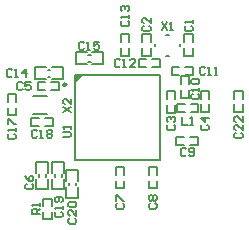
<source format=gto>
G04*
G04 #@! TF.GenerationSoftware,Altium Limited,Altium Designer,21.0.9 (235)*
G04*
G04 Layer_Color=65535*
%FSLAX24Y24*%
%MOIN*%
G70*
G04*
G04 #@! TF.SameCoordinates,1F409809-B5D8-4781-B8F0-4FC3F8F1086A*
G04*
G04*
G04 #@! TF.FilePolarity,Positive*
G04*
G01*
G75*
%ADD10C,0.0098*%
%ADD11C,0.0060*%
%ADD12C,0.0079*%
G36*
X-1181Y1378D02*
X-1378Y1181D01*
Y1378D01*
X-1181Y1378D01*
D02*
G37*
D10*
X-1699Y1083D02*
G03*
X-1699Y1083I-49J0D01*
G01*
D11*
X-2483Y-2717D02*
X-2188D01*
X-2483Y-3406D02*
X-2188D01*
X-2483D02*
Y-3159D01*
Y-2963D02*
Y-2717D01*
X-2188Y-3406D02*
Y-3159D01*
Y-2963D02*
Y-2717D01*
X2421Y-925D02*
X2677D01*
X1968D02*
X2224D01*
X2421Y-650D02*
X2677D01*
X1968D02*
X2224D01*
X1968Y-925D02*
Y-650D01*
X2677Y-925D02*
Y-650D01*
X2264Y1407D02*
X2520D01*
X1811D02*
X2067D01*
X2264Y1683D02*
X2520D01*
X1811D02*
X2067D01*
X1811Y1407D02*
Y1683D01*
X2520Y1407D02*
Y1683D01*
X3901Y874D02*
X4177D01*
X3901Y166D02*
X4177D01*
X3901D02*
Y422D01*
Y618D02*
Y874D01*
X4177Y166D02*
Y422D01*
Y618D02*
Y874D01*
X1654Y148D02*
X1930D01*
X1654Y856D02*
X1930D01*
Y601D02*
Y856D01*
Y148D02*
Y404D01*
X1654Y601D02*
Y856D01*
Y148D02*
Y404D01*
X2450Y164D02*
X2706D01*
X1998D02*
X2254D01*
X2450Y440D02*
X2706D01*
X1998D02*
X2254Y440D01*
X1998Y164D02*
Y440D01*
X2706Y164D02*
Y440D01*
X2128Y1354D02*
X2404D01*
X2128Y646D02*
X2404D01*
X2128D02*
X2128Y902D01*
X2128Y1098D02*
Y1354D01*
X2404Y646D02*
Y902D01*
Y1098D02*
Y1354D01*
X2778Y166D02*
X3054D01*
X2778Y874D02*
X3054D01*
X3054Y618D02*
X3054Y874D01*
Y166D02*
Y422D01*
X2778Y874D02*
X2778Y618D01*
X2778Y166D02*
X2778Y422D01*
X1427Y1654D02*
Y1929D01*
X718Y1654D02*
Y1929D01*
X974D01*
X1171D02*
X1427D01*
X718Y1654D02*
X974D01*
X1171D02*
X1427D01*
X1053Y-2372D02*
X1329D01*
X1053Y-1663D02*
X1329D01*
Y-1919D02*
Y-1663D01*
Y-2372D02*
Y-2116D01*
X1053Y-1919D02*
Y-1663D01*
Y-2372D02*
Y-2116D01*
X-39Y-2372D02*
X236D01*
X-39Y-1663D02*
X236D01*
Y-1919D02*
Y-1663D01*
Y-2372D02*
Y-2116D01*
X-39Y-1919D02*
Y-1663D01*
Y-2372D02*
Y-2116D01*
X-2168Y-2411D02*
X-1774D01*
X-2168Y-1486D02*
X-1774D01*
Y-1850D02*
Y-1486D01*
Y-2411D02*
Y-2047D01*
X-2168Y-1850D02*
Y-1486D01*
Y-2411D02*
Y-2047D01*
X-2700Y-2411D02*
X-2306D01*
X-2700Y-1486D02*
X-2306D01*
Y-1850D02*
Y-1486D01*
Y-2411D02*
Y-2047D01*
X-2700Y-1850D02*
Y-1486D01*
Y-2411D02*
Y-2047D01*
X2240Y2045D02*
X2515D01*
X2240Y2754D02*
X2515D01*
Y2498D02*
Y2754D01*
Y2045D02*
Y2301D01*
X2240Y2498D02*
Y2754D01*
Y2045D02*
Y2301D01*
X1615Y2746D02*
X1741D01*
X1252Y2376D02*
Y2423D01*
X1615Y2053D02*
X1741D01*
X2103Y2376D02*
Y2423D01*
X840Y2754D02*
X1115D01*
X840Y2045D02*
X1115D01*
X840D02*
Y2301D01*
Y2498D02*
Y2754D01*
X1115Y2045D02*
Y2301D01*
Y2498D02*
Y2754D01*
X128Y2756D02*
X404D01*
X128Y2047D02*
X404D01*
X128D02*
Y2303D01*
Y2500D02*
Y2756D01*
X404Y2047D02*
Y2303D01*
Y2500D02*
Y2756D01*
X-2746Y1270D02*
Y1663D01*
X-1821Y1270D02*
Y1663D01*
X-2185Y1270D02*
X-1821D01*
X-2746D02*
X-2382D01*
X-2185Y1663D02*
X-1821D01*
X-2746D02*
X-2382D01*
X-2648Y896D02*
Y1171D01*
X-1939Y896D02*
Y1171D01*
X-2195Y896D02*
X-1939D01*
X-2648D02*
X-2392D01*
X-2195Y1171D02*
X-1939D01*
X-2648D02*
X-2392D01*
X-2865Y-305D02*
Y-30D01*
X-2156Y-305D02*
Y-30D01*
X-2412Y-305D02*
X-2156D01*
X-2865D02*
X-2609D01*
X-2412Y-30D02*
X-2156D01*
X-2865D02*
X-2609D01*
X-3652Y768D02*
X-3377D01*
X-3652Y59D02*
X-3377D01*
X-3652D02*
Y315D01*
Y512D02*
Y768D01*
X-3377Y59D02*
Y315D01*
Y512D02*
Y768D01*
X-1693Y-2697D02*
X-1299D01*
X-1693Y-1772D02*
X-1299D01*
Y-2136D02*
Y-1772D01*
Y-2697D02*
Y-2333D01*
X-1693Y-2136D02*
Y-1772D01*
Y-2697D02*
Y-2333D01*
X-1388Y1762D02*
Y2156D01*
X-463Y1762D02*
Y2156D01*
X-827Y1762D02*
X-463D01*
X-1388D02*
X-1024D01*
X-827Y2156D02*
X-463D01*
X-1388D02*
X-1024D01*
X-2589Y-3231D02*
X-2858D01*
Y-3096D01*
X-2814Y-3051D01*
X-2724D01*
X-2679Y-3096D01*
Y-3231D01*
Y-3141D02*
X-2589Y-3051D01*
Y-2961D02*
Y-2871D01*
Y-2916D01*
X-2858D01*
X-2814Y-2961D01*
X2290Y-1075D02*
X2245Y-1030D01*
X2155D01*
X2110Y-1075D01*
Y-1255D01*
X2155Y-1300D01*
X2245D01*
X2290Y-1255D01*
X2380D02*
X2425Y-1300D01*
X2515D01*
X2560Y-1255D01*
Y-1075D01*
X2515Y-1030D01*
X2425D01*
X2380Y-1075D01*
Y-1120D01*
X2425Y-1165D01*
X2560D01*
X2930Y1635D02*
X2885Y1680D01*
X2795D01*
X2750Y1635D01*
Y1455D01*
X2795Y1410D01*
X2885D01*
X2930Y1455D01*
X3020Y1410D02*
X3110D01*
X3065D01*
Y1680D01*
X3020Y1635D01*
X3245Y1410D02*
X3335D01*
X3290D01*
Y1680D01*
X3245Y1635D01*
X3952Y-519D02*
X3908Y-564D01*
Y-654D01*
X3952Y-699D01*
X4132D01*
X4177Y-654D01*
Y-564D01*
X4132Y-519D01*
X4177Y-249D02*
Y-429D01*
X3997Y-249D01*
X3952D01*
X3908Y-294D01*
Y-384D01*
X3952Y-429D01*
X4177Y21D02*
Y-159D01*
X3997Y21D01*
X3952D01*
X3908Y-24D01*
Y-114D01*
X3952Y-159D01*
X1702Y-250D02*
X1658Y-295D01*
Y-385D01*
X1702Y-430D01*
X1882D01*
X1927Y-385D01*
Y-295D01*
X1882Y-250D01*
X1702Y-160D02*
X1658Y-115D01*
Y-25D01*
X1702Y20D01*
X1747D01*
X1792Y-25D01*
Y-70D01*
Y-25D01*
X1837Y20D01*
X1882D01*
X1927Y-25D01*
Y-115D01*
X1882Y-160D01*
X2167Y20D02*
Y-250D01*
X2347D01*
X2437D02*
X2527D01*
X2482D01*
Y20D01*
X2437Y-25D01*
X2515Y780D02*
X2470Y735D01*
Y645D01*
X2515Y600D01*
X2695D01*
X2740Y645D01*
Y735D01*
X2695Y780D01*
X2740Y870D02*
Y960D01*
Y915D01*
X2470D01*
X2515Y870D01*
Y1095D02*
X2470Y1140D01*
Y1230D01*
X2515Y1275D01*
X2695D01*
X2740Y1230D01*
Y1140D01*
X2695Y1095D01*
X2515D01*
X2822Y-250D02*
X2778Y-295D01*
Y-385D01*
X2822Y-430D01*
X3002D01*
X3047Y-385D01*
Y-295D01*
X3002Y-250D01*
X3047Y-25D02*
X2778D01*
X2912Y-160D01*
Y20D01*
X175Y3210D02*
X130Y3165D01*
Y3075D01*
X175Y3030D01*
X355D01*
X400Y3075D01*
Y3165D01*
X355Y3210D01*
X400Y3300D02*
Y3390D01*
Y3345D01*
X130D01*
X175Y3300D01*
Y3525D02*
X130Y3570D01*
Y3660D01*
X175Y3705D01*
X220D01*
X265Y3660D01*
Y3615D01*
Y3660D01*
X310Y3705D01*
X355D01*
X400Y3660D01*
Y3570D01*
X355Y3525D01*
X103Y1895D02*
X58Y1940D01*
X-32D01*
X-77Y1895D01*
Y1715D01*
X-32Y1670D01*
X58D01*
X103Y1715D01*
X193Y1670D02*
X283D01*
X238D01*
Y1940D01*
X193Y1895D01*
X598Y1670D02*
X418D01*
X598Y1850D01*
Y1895D01*
X553Y1940D01*
X463D01*
X418Y1895D01*
X-1587Y-3370D02*
X-1632Y-3415D01*
Y-3505D01*
X-1587Y-3550D01*
X-1408D01*
X-1363Y-3505D01*
Y-3415D01*
X-1408Y-3370D01*
X-1363Y-3100D02*
Y-3280D01*
X-1543Y-3100D01*
X-1587D01*
X-1632Y-3145D01*
Y-3235D01*
X-1587Y-3280D01*
Y-3010D02*
X-1632Y-2965D01*
Y-2875D01*
X-1587Y-2830D01*
X-1408D01*
X-1363Y-2875D01*
Y-2965D01*
X-1408Y-3010D01*
X-1587D01*
X-2045Y-3150D02*
X-2090Y-3195D01*
Y-3285D01*
X-2045Y-3330D01*
X-1865D01*
X-1820Y-3285D01*
Y-3195D01*
X-1865Y-3150D01*
X-1820Y-3060D02*
Y-2970D01*
Y-3015D01*
X-2090D01*
X-2045Y-3060D01*
X-1865Y-2835D02*
X-1820Y-2790D01*
Y-2700D01*
X-1865Y-2655D01*
X-2045D01*
X-2090Y-2700D01*
Y-2790D01*
X-2045Y-2835D01*
X-2000D01*
X-1955Y-2790D01*
Y-2655D01*
X-2670Y-465D02*
X-2715Y-420D01*
X-2805D01*
X-2850Y-465D01*
Y-645D01*
X-2805Y-690D01*
X-2715D01*
X-2670Y-645D01*
X-2580Y-690D02*
X-2490D01*
X-2535D01*
Y-420D01*
X-2580Y-465D01*
X-2355D02*
X-2310Y-420D01*
X-2220D01*
X-2175Y-465D01*
Y-510D01*
X-2220Y-555D01*
X-2175Y-600D01*
Y-645D01*
X-2220Y-690D01*
X-2310D01*
X-2355Y-645D01*
Y-600D01*
X-2310Y-555D01*
X-2355Y-510D01*
Y-465D01*
X-2310Y-555D02*
X-2220D01*
X-3605Y-550D02*
X-3650Y-595D01*
Y-685D01*
X-3605Y-730D01*
X-3425D01*
X-3380Y-685D01*
Y-595D01*
X-3425Y-550D01*
X-3380Y-460D02*
Y-370D01*
Y-415D01*
X-3650D01*
X-3605Y-460D01*
X-3650Y-235D02*
Y-55D01*
X-3605D01*
X-3425Y-235D01*
X-3380D01*
X-3150Y1125D02*
X-3195Y1170D01*
X-3285D01*
X-3330Y1125D01*
Y945D01*
X-3285Y900D01*
X-3195D01*
X-3150Y945D01*
X-2880Y1170D02*
X-3060D01*
Y1035D01*
X-2970Y1080D01*
X-2925D01*
X-2880Y1035D01*
Y945D01*
X-2925Y900D01*
X-3015D01*
X-3060Y945D01*
X-3017Y-2231D02*
X-3062Y-2276D01*
Y-2366D01*
X-3017Y-2411D01*
X-2837D01*
X-2792Y-2366D01*
Y-2276D01*
X-2837Y-2231D01*
X-3062Y-1962D02*
X-3017Y-2052D01*
X-2927Y-2141D01*
X-2837D01*
X-2792Y-2097D01*
Y-2007D01*
X-2837Y-1962D01*
X-2882D01*
X-2927Y-2007D01*
Y-2141D01*
X1095Y-2870D02*
X1050Y-2915D01*
Y-3005D01*
X1095Y-3050D01*
X1275D01*
X1320Y-3005D01*
Y-2915D01*
X1275Y-2870D01*
X1095Y-2780D02*
X1050Y-2735D01*
Y-2645D01*
X1095Y-2600D01*
X1140D01*
X1185Y-2645D01*
X1230Y-2600D01*
X1275D01*
X1320Y-2645D01*
Y-2735D01*
X1275Y-2780D01*
X1230D01*
X1185Y-2735D01*
X1140Y-2780D01*
X1095D01*
X1185Y-2735D02*
Y-2645D01*
X2295Y3050D02*
X2250Y3005D01*
Y2915D01*
X2295Y2870D01*
X2475D01*
X2520Y2915D01*
Y3005D01*
X2475Y3050D01*
X2520Y3140D02*
Y3230D01*
Y3185D01*
X2250D01*
X2295Y3140D01*
X1490Y3160D02*
X1670Y2890D01*
Y3160D02*
X1490Y2890D01*
X1760D02*
X1850D01*
X1805D01*
Y3160D01*
X1760Y3115D01*
X5Y-2870D02*
X-40Y-2915D01*
Y-3005D01*
X5Y-3050D01*
X185D01*
X230Y-3005D01*
Y-2915D01*
X185Y-2870D01*
X-40Y-2780D02*
Y-2600D01*
X5D01*
X185Y-2780D01*
X230D01*
X885Y3050D02*
X840Y3005D01*
Y2915D01*
X885Y2870D01*
X1065D01*
X1110Y2915D01*
Y3005D01*
X1065Y3050D01*
X1110Y3320D02*
Y3140D01*
X930Y3320D01*
X885D01*
X840Y3275D01*
Y3185D01*
X885Y3140D01*
X-1819Y-660D02*
X-1594D01*
X-1549Y-615D01*
Y-525D01*
X-1594Y-480D01*
X-1819D01*
X-1549Y-390D02*
Y-300D01*
Y-345D01*
X-1819D01*
X-1774Y-390D01*
X-1800Y170D02*
X-1530Y350D01*
X-1800D02*
X-1530Y170D01*
Y620D02*
Y440D01*
X-1710Y620D01*
X-1755D01*
X-1800Y575D01*
Y485D01*
X-1755Y440D01*
X-1100Y2475D02*
X-1145Y2520D01*
X-1235D01*
X-1280Y2475D01*
Y2295D01*
X-1235Y2250D01*
X-1145D01*
X-1100Y2295D01*
X-1010Y2250D02*
X-920D01*
X-965D01*
Y2520D01*
X-1010Y2475D01*
X-605Y2520D02*
X-785D01*
Y2385D01*
X-695Y2430D01*
X-650D01*
X-605Y2385D01*
Y2295D01*
X-650Y2250D01*
X-740D01*
X-785Y2295D01*
X-3500Y1555D02*
X-3545Y1600D01*
X-3635D01*
X-3680Y1555D01*
Y1375D01*
X-3635Y1330D01*
X-3545D01*
X-3500Y1375D01*
X-3410Y1330D02*
X-3320D01*
X-3365D01*
Y1600D01*
X-3410Y1555D01*
X-3050Y1330D02*
Y1600D01*
X-3185Y1465D01*
X-3005D01*
D12*
X-1853Y-1988D02*
Y-1909D01*
X-2089Y-1988D02*
Y-1909D01*
X-2385Y-1988D02*
Y-1909D01*
X-2621Y-1988D02*
Y-1909D01*
X-2323Y1348D02*
X-2244D01*
X-2323Y1585D02*
X-2244D01*
X-1378Y-2274D02*
Y-2195D01*
X-1614Y-2274D02*
Y-2195D01*
X-965Y1841D02*
X-886D01*
X-965Y2077D02*
X-886D01*
X-1417Y-1417D02*
Y1417D01*
X1417Y-1417D02*
Y1417D01*
X-1417D02*
X1417D01*
X-1417Y-1417D02*
X1417D01*
X-2806Y108D02*
X-2334D01*
X-2806Y699D02*
X-2334D01*
M02*

</source>
